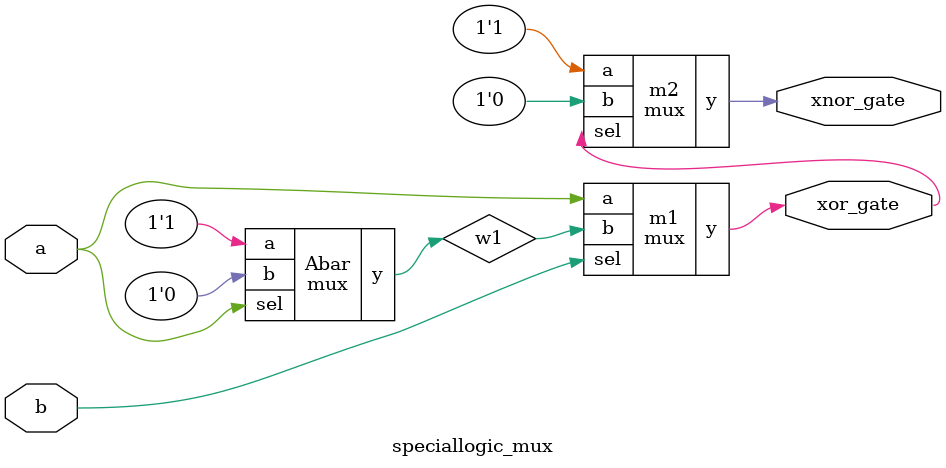
<source format=v>
`timescale 1ns / 1ps
module mux(
    input a,b,sel,
    output y
    );
    assign y=sel?b:a;
endmodule
module speciallogic_mux(
    input a,b,
    output xor_gate,xnor_gate
    );
    wire w1;
    
    mux Abar(1'b1,1'b0,a,w1);
    mux m1(a,w1,b,xor_gate);
    
    mux m2(1'b1,1'b0,xor_gate,xnor_gate);
    
endmodule

</source>
